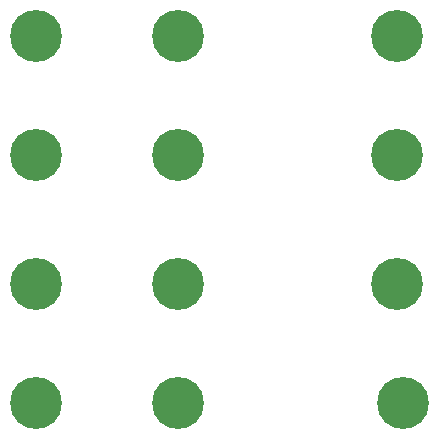
<source format=gbr>
%TF.GenerationSoftware,KiCad,Pcbnew,5.1.6-c6e7f7d~87~ubuntu18.04.1*%
%TF.CreationDate,2021-08-18T14:30:57+12:00*%
%TF.ProjectId,Output Splitter,4f757470-7574-4205-9370-6c6974746572,rev?*%
%TF.SameCoordinates,Original*%
%TF.FileFunction,Copper,L2,Bot*%
%TF.FilePolarity,Positive*%
%FSLAX46Y46*%
G04 Gerber Fmt 4.6, Leading zero omitted, Abs format (unit mm)*
G04 Created by KiCad (PCBNEW 5.1.6-c6e7f7d~87~ubuntu18.04.1) date 2021-08-18 14:30:57*
%MOMM*%
%LPD*%
G01*
G04 APERTURE LIST*
%TA.AperFunction,ComponentPad*%
%ADD10C,4.400000*%
%TD*%
G04 APERTURE END LIST*
D10*
%TO.P,J1,1*%
%TO.N,Net-(J1-Pad1)*%
X109000000Y-68000000D03*
%TD*%
%TO.P,J2,1*%
%TO.N,Net-(J1-Pad1)*%
X140000000Y-68000000D03*
%TD*%
%TO.P,J3,1*%
%TO.N,Net-(J1-Pad1)*%
X121000000Y-68000000D03*
%TD*%
%TO.P,J4,1*%
%TO.N,Net-(J4-Pad1)*%
X109000000Y-58000000D03*
%TD*%
%TO.P,J5,1*%
%TO.N,Net-(J4-Pad1)*%
X139500000Y-58000000D03*
%TD*%
%TO.P,J6,1*%
%TO.N,Net-(J4-Pad1)*%
X121000000Y-58000000D03*
%TD*%
%TO.P,J7,1*%
%TO.N,Net-(J7-Pad1)*%
X109000000Y-37000000D03*
%TD*%
%TO.P,J8,1*%
%TO.N,Net-(J7-Pad1)*%
X139500000Y-37000000D03*
%TD*%
%TO.P,J9,1*%
%TO.N,Net-(J7-Pad1)*%
X121000000Y-37000000D03*
%TD*%
%TO.P,J10,1*%
%TO.N,Net-(J10-Pad1)*%
X109000000Y-47000000D03*
%TD*%
%TO.P,J11,1*%
%TO.N,Net-(J10-Pad1)*%
X139500000Y-47000000D03*
%TD*%
%TO.P,J12,1*%
%TO.N,Net-(J10-Pad1)*%
X121000000Y-47000000D03*
%TD*%
M02*

</source>
